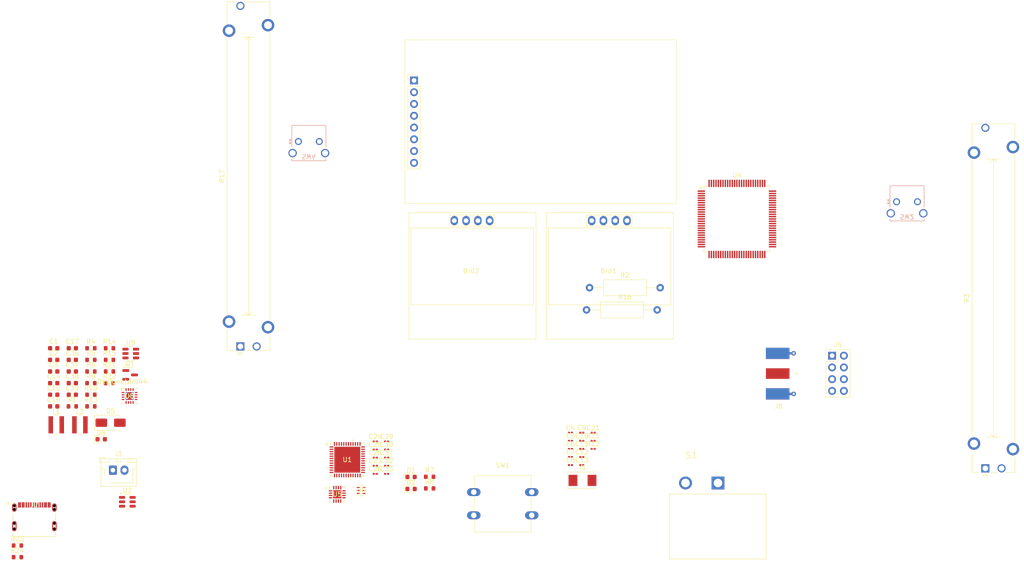
<source format=kicad_pcb>
(kicad_pcb (version 20240108) (generator "pcbnew") (generator_version "8.0")
  (layers (0 "F.Cu" signal) (31 "B.Cu" signal) (34 "B.Paste" user) (35 "F.Paste" user) (36 "B.SilkS" user "B.Silkscreen") (37 "F.SilkS" user "F.Silkscreen") (38 "B.Mask" user) (39 "F.Mask" user) (44 "Edge.Cuts" user))
  (net 0 "")
  (net 1 "+3V3")
  (net 2 "/MCU/I2C2_SDA")
  (net 3 "GNDA")
  (net 4 "/MCU/I2C2_SCL")
  (net 5 "/MCU/I2C1_SDA")
  (net 6 "/MCU/I2C1_SCL")
  (net 7 "/MCU/OSC_IN")
  (net 8 "/Connectors/NRST")
  (net 9 "/MCU/OSC_OUT")
  (net 10 "Net-(C7-Pad1)")
  (net 11 "Net-(C8-Pad1)")
  (net 12 "VDD_BATT")
  (net 13 "Net-(D1-A)")
  (net 14 "Net-(D2-A)")
  (net 15 "/MCU/SPI2_SCLK")
  (net 16 "/MCU/SPI2_MOSI")
  (net 17 "/Outputs/LCD_RST")
  (net 18 "/Outputs/LCD_DC")
  (net 19 "/MCU/SPI2_CS_LCD")
  (net 20 "/Connectors/USART_TX")
  (net 21 "/Connectors/SWCLK")
  (net 22 "/Connectors/USART_RX")
  (net 24 "/Connectors/SWDIO")
  (net 25 "/Connectors/RF_ANT")
  (net 26 "/Inputs/Button_R")
  (net 27 "/Inputs/Slider_R")
  (net 28 "VDD_USB")
  (net 29 "/Inputs/Button_L")
  (net 30 "/Inputs/Slider_L")
  (net 32 "Net-(U1-RFN24)")
  (net 37 "/MCU/SPI4_CS_RF")
  (net 38 "Net-(U1-RFP24)")
  (net 40 "/RF/IRQ")
  (net 45 "/MCU/RF_NRST")
  (net 49 "/MCU/SPI4_MISO_RF")
  (net 50 "/MCU/SPI4_SCLK_RF")
  (net 51 "/RF/TXEN")
  (net 53 "/RF/RXEN")
  (net 57 "/MCU/SPI4_MOSI_RF")
  (net 66 "/MCU/ALERT_GPIO")
  (net 81 "Net-(U8-PMID)")
  (net 82 "/MCU/SPI2_MISO")
  (net 83 "/Power/REGN")
  (net 114 "Net-(U5-TXRX)")
  (net 120 "Net-(C15-Pad1)")
  (net 121 "Net-(U8-BTST)")
  (net 122 "Net-(U10-VIN)")
  (net 123 "Net-(U9-BST)")
  (net 124 "Net-(U9-SW)")
  (net 125 "GND_A")
  (net 126 "VDD_LOAD")
  (net 127 "Net-(D4-K)")
  (net 128 "VDD_LOAD_PRE_SW")
  (net 129 "GND_BATT")
  (net 132 "/Power/GAS_SCL")
  (net 133 "/Power/GAS_SDA")
  (net 134 "Net-(U8-STAT)")
  (net 135 "Net-(U8-ICHG)")
  (net 137 "Net-(U8-VSET)")
  (net 138 "Net-(U8-TS)")
  (net 139 "Net-(U10-ROSC)")
  (net 140 "/Connectors/CON_USB_D+")
  (net 141 "/Connectors/CON_USB_D-")
  (net 143 "/MCU/SPI3_CS_ADC")
  (net 144 "/MCU/SPI3_SCLK")
  (net 145 "/MCU/SPI3_MISO")
  (net 146 "/MCU/SPI3_MOSI")
  (net 150 "Net-(J7-DP1)")
  (net 151 "Net-(J7-DN1)")
  (net 152 "Net-(J7-CC1)")
  (net 153 "Net-(J7-CC2)")
  (footprint "Capacitor_SMD:C_0201_0603Metric" (layer "F.Cu") (at 161.322 128.13)
    (property "Reference" "C21" (at 0 -1.05 0) (layer "F.SilkS"))
    (property "Value" "0.1uF/10V")
    (pad "1" smd roundrect (at -0.32 0) (size 0.46 0.4) (layers "F.Cu" "F.Mask") (net 1 "+3V3"))
    (pad "2" smd roundrect (at 0.32 0) (size 0.46 0.4) (layers "F.Cu" "F.Mask") (net 3 "GNDA"))
  )
  (footprint "Capacitor_SMD:C_0201_0603Metric" (layer "F.Cu") (at 116.782 130.02)
    (property "Reference" "C29" (at 0 -1.05 0) (layer "F.SilkS"))
    (property "Value" "0.1uF/10V")
    (pad "1" smd roundrect (at -0.32 0) (size 0.46 0.4) (layers "F.Cu" "F.Mask") (net 1 "+3V3"))
    (pad "2" smd roundrect (at 0.32 0) (size 0.46 0.4) (layers "F.Cu" "F.Mask") (net 3 "GNDA"))
  )
  (footprint "Resistor_SMD:R_0603_1608Metric" (layer "F.Cu") (at 53.0125 122.455)
    (property "Reference" "R13" (at 0 -1.43 0) (layer "F.SilkS"))
    (property "Value" "220ohm")
    (pad "1" smd roundrect (at -0.825 0) (size 0.8 0.95) (layers "F.Cu" "F.Paste" "F.Mask") (net 3 "GNDA"))
    (pad "2" smd roundrect (at 0.825 0) (size 0.8 0.95) (layers "F.Cu" "F.Paste" "F.Mask") (net 137 "Net-(U8-VSET)"))
  )
  (footprint "Resistor_SMD:R_0603_1608Metric" (layer "F.Cu") (at 57.0225 109.905)
    (property "Reference" "R14" (at 0 -1.43 0) (layer "F.SilkS"))
    (property "Value" "10kohm")
    (pad "1" smd roundrect (at -0.825 0) (size 0.8 0.95) (layers "F.Cu" "F.Paste" "F.Mask") (net 138 "Net-(U8-TS)"))
    (pad "2" smd roundrect (at 0.825 0) (size 0.8 0.95) (layers "F.Cu" "F.Paste" "F.Mask") (net 3 "GNDA"))
  )
  (footprint "Capacitor_SMD:C_0201_0603Metric" (layer "F.Cu") (at 158.872 129.88)
    (property "Reference" "C10" (at 0 -1.05 0) (layer "F.SilkS"))
    (property "Value" "0.1uF/10V")
    (pad "1" smd roundrect (at -0.32 0) (size 0.46 0.4) (layers "F.Cu" "F.Mask") (net 1 "+3V3"))
    (pad "2" smd roundrect (at 0.32 0) (size 0.46 0.4) (layers "F.Cu" "F.Mask") (net 3 "GNDA"))
  )
  (footprint "LED_SMD:LED_0603_1608Metric" (layer "F.Cu") (at 55.2325 129.555)
    (property "Reference" "D4" (at 0 -1.43 0) (layer "F.SilkS"))
    (property "Value" "LED")
    (pad "1" smd roundrect (at -0.7875 0) (size 0.875 0.95) (layers "F.Cu" "F.Paste" "F.Mask") (net 127 "Net-(D4-K)"))
    (pad "2" smd roundrect (at 0.7875 0) (size 0.875 0.95) (layers "F.Cu" "F.Paste" "F.Mask") (net 83 "/Power/REGN"))
  )
  (footprint "Resistor_SMD:R_0201_0603Metric" (layer "F.Cu") (at 161.322 129.88)
    (property "Reference" "R11" (at 0 -1.05 0) (layer "F.SilkS"))
    (property "Value" "10kohm")
    (pad "1" smd roundrect (at -0.32 0) (size 0.46 0.4) (layers "F.Cu" "F.Mask") (net 1 "+3V3"))
    (pad "2" smd roundrect (at 0.32 0) (size 0.46 0.4) (layers "F.Cu" "F.Mask") (net 8 "/Connectors/NRST"))
  )
  (footprint "Capacitor_SMD:C_0603_1608Metric" (layer "F.Cu") (at 49.0025 119.945)
    (property "Reference" "C39" (at 0 -1.43 0) (layer "F.SilkS"))
    (property "Value" "10uF/16V")
    (pad "1" smd roundrect (at -0.775 0) (size 0.9 0.95) (layers "F.Cu" "F.Paste" "F.Mask") (net 126 "VDD_LOAD"))
    (pad "2" smd roundrect (at 0.775 0) (size 0.9 0.95) (layers "F.Cu" "F.Paste" "F.Mask") (net 3 "GNDA"))
  )
  (footprint "Connector_PinHeader_2.54mm:PinHeader_2x04_P2.54mm_Vertical" (layer "F.Cu") (at 212.852 111.506)
    (property "Reference" "J5" (at 1.27 -2.33 0) (layer "F.SilkS"))
    (property "Value" "MCU_IF")
    (pad "1" thru_hole rect (at 0 0) (size 1.7 1.7) (drill 1) (layers "*.Cu" "*.Mask") (net 20 "/Connectors/USART_TX"))
    (pad "2" thru_hole oval (at 2.54 0) (size 1.7 1.7) (drill 1) (layers "*.Cu" "*.Mask") (net 22 "/Connectors/USART_RX"))
    (pad "3" thru_hole oval (at 0 2.54) (size 1.7 1.7) (drill 1) (layers "*.Cu" "*.Mask") (net 21 "/Connectors/SWCLK"))
    (pad "4" thru_hole oval (at 2.54 2.54) (size 1.7 1.7) (drill 1) (layers "*.Cu" "*.Mask") (net 24 "/Connectors/SWDIO"))
    (pad "5" thru_hole oval (at 0 5.08) (size 1.7 1.7) (drill 1) (layers "*.Cu" "*.Mask") (net 8 "/Connectors/NRST"))
    (pad "6" thru_hole oval (at 2.54 5.08) (size 1.7 1.7) (drill 1) (layers "*.Cu" "*.Mask") (net 3 "GNDA"))
    (pad "7" thru_hole oval (at 0 7.62) (size 1.7 1.7) (drill 1) (layers "*.Cu" "*.Mask") (net 1 "+3V3"))
    (pad "8" thru_hole oval (at 2.54 7.62) (size 1.7 1.7) (drill 1) (layers "*.Cu" "*.Mask"))
  )
  (footprint "Capacitor_SMD:C_0201_0603Metric" (layer "F.Cu") (at 114.332 137.02)
    (property "Reference" "C28" (at 0 -1.05 0) (layer "F.SilkS"))
    (property "Value" "0.1uF/10V")
    (pad "1" smd roundrect (at -0.32 0) (size 0.46 0.4) (layers "F.Cu" "F.Mask") (net 1 "+3V3"))
    (pad "2" smd roundrect (at 0.32 0) (size 0.46 0.4) (layers "F.Cu" "F.Mask") (net 3 "GNDA"))
  )
  (footprint "footprints:2450FB15A050E_JOT" (layer "F.Cu") (at 111.2754 140.6085)
    (property "Reference" "U6" (at 0 0 0) (layer "F.SilkS"))
    (property "Value" "2450FB15A050E")
    (pad "1" smd rect (at -0.625 -0.649999) (size 0.6096 0.254) (layers "F.Cu" "F.Paste" "F.Mask") (net 114 "Net-(U5-TXRX)"))
    (pad "2" smd rect (at -0.625 0) (size 0.6096 0.254) (layers "F.Cu" "F.Paste" "F.Mask") (net 3 "GNDA"))
    (pad "3" smd rect (at -0.625 0.649999) (size 0.6096 0.254) (layers "F.Cu" "F.Paste" "F.Mask") (net 32 "Net-(U1-RFN24)"))
    (pad "4" smd rect (at 0.625 0.649999) (size 0.6096 0.254) (layers "F.Cu" "F.Paste" "F.Mask") (net 38 "Net-(U1-RFP24)"))
    (pad "5" smd rect (at 0.625 0) (size 0.6096 0.254) (layers "F.Cu" "F.Paste" "F.Mask") (net 3 "GNDA"))
    (pad "6" smd rect (at 0.625 -0.649999) (size 0.6096 0.254) (layers "F.Cu" "F.Paste" "F.Mask") (net 3 "GNDA"))
  )
  (footprint "Package_QFP:LQFP-100_14x14mm_P0.5mm" (layer "F.Cu") (at 192.325 82)
    (property "Reference" "U4" (at 0 -9.42 0) (layer "F.SilkS"))
    (property "Value" "STM32H743VGTx")
    (pad "1" smd roundrect (at -7.675 -6) (size 1.6 0.3) (layers "F.Cu" "F.Paste" "F.Mask"))
    (pad "2" smd roundrect (at -7.675 -5.5) (size 1.6 0.3) (layers "F.Cu" "F.Paste" "F.Mask"))
    (pad "3" smd roundrect (at -7.675 -5) (size 1.6 0.3) (layers "F.Cu" "F.Paste" "F.Mask"))
    (pad "4" smd roundrect (at -7.675 -4.5) (size 1.6 0.3) (layers "F.Cu" "F.Paste" "F.Mask"))
    (pad "5" smd roundrect (at -7.675 -4) (size 1.6 0.3) (layers "F.Cu" "F.Paste" "F.Mask") (net 57 "/MCU/SPI4_MOSI_RF"))
    (pad "6" smd roundrect (at -7.675 -3.5) (size 1.6 0.3) (layers "F.Cu" "F.Paste" "F.Mask") (net 1 "+3V3"))
    (pad "7" smd roundrect (at -7.675 -3) (size 1.6 0.3) (layers "F.Cu" "F.Paste" "F.Mask"))
    (pad "8" smd roundrect (at -7.675 -2.5) (size 1.6 0.3) (layers "F.Cu" "F.Paste" "F.Mask"))
    (pad "9" smd roundrect (at -7.675 -2) (size 1.6 0.3) (layers "F.Cu" "F.Paste" "F.Mask"))
    (pad "10" smd roundrect (at -7.675 -1.5) (size 1.6 0.3) (layers "F.Cu" "F.Paste" "F.Mask") (net 3 "GNDA"))
    (pad "11" smd roundrect (at -7.675 -1) (size 1.6 0.3) (layers "F.Cu" "F.Paste" "F.Mask") (net 1 "+3V3"))
    (pad "12" smd roundrect (at -7.675 -0.5) (size 1.6 0.3) (layers "F.Cu" "F.Paste" "F.Mask") (net 7 "/MCU/OSC_IN"))
    (pad "13" smd roundrect (at -7.675 0) (size 1.6 0.3) (layers "F.Cu" "F.Paste" "F.Mask") (net 9 "/MCU/OSC_OUT"))
    (pad "14" smd roundrect (at -7.675 0.5) (size 1.6 0.3) (layers "F.Cu" "F.Paste" "F.Mask") (net 8 "/Connectors/NRST"))
    (pad "15" smd roundrect (at -7.675 1) (size 1.6 0.3) (layers "F.Cu" "F.Paste" "F.Mask") (net 66 "/MCU/ALERT_GPIO"))
    (pad "16" smd roundrect (at -7.675 1.5) (size 1.6 0.3) (layers "F.Cu" "F.Paste" "F.Mask") (net 16 "/MCU/SPI2_MOSI"))
    (pad "17" smd roundrect (at -7.675 2) (size 1.6 0.3) (layers "F.Cu" "F.Paste" "F.Mask") (net 82 "/MCU/SPI2_MISO"))
    (pad "18" smd roundrect (at -7.675 2.5) (size 1.6 0.3) (layers "F.Cu" "F.Paste" "F.Mask") (net 19 "/MCU/SPI2_CS_LCD"))
    (pad "19" smd roundrect (at -7.675 3) (size 1.6 0.3) (layers "F.Cu" "F.Paste" "F.Mask") (net 3 "GNDA"))
    (pad "20" smd roundrect (at -7.675 3.5) (size 1.6 0.3) (layers "F.Cu" "F.Paste" "F.Mask") (net 1 "+3V3"))
    (pad "21" smd roundrect (at -7.675 4) (size 1.6 0.3) (layers "F.Cu" "F.Paste" "F.Mask") (net 1 "+3V3"))
    (pad "22" smd roundrect (at -7.675 4.5) (size 1.6 0.3) (layers "F.Cu" "F.Paste" "F.Mask"))
    (pad "23" smd roundrect (at -7.675 5) (size 1.6 0.3) (layers "F.Cu" "F.Paste" "F.Mask"))
    (pad "24" smd roundrect (at -7.675 5.5) (size 1.6 0.3) (layers "F.Cu" "F.Paste" "F.Mask"))
    (pad "25" smd roundrect (at -7.675 6) (size 1.6 0.3) (layers "F.Cu" "F.Paste" "F.Mask"))
    (pad "26" smd roundrect (at -6 7.675) (size 0.3 1.6) (layers "F.Cu" "F.Paste" "F.Mask") (net 3 "GNDA"))
    (pad "27" smd roundrect (at -5.5 7.675) (size 0.3 1.6) (layers "F.Cu" "F.Paste" "F.Mask") (net 1 "+3V3"))
    (pad "28" smd roundrect (at -5 7.675) (size 0.3 1.6) (layers "F.Cu" "F.Paste" "F.Mask"))
    (pad "29" smd roundrect (at -4.5 7.675) (size 0.3 1.6) (layers "F.Cu" "F.Paste" "F.Mask"))
    (pad "30" smd roundrect (at -4 7.675) (size 0.3 1.6) (layers "F.Cu" "F.Paste" "F.Mask"))
    (pad "31" smd roundrect (at -3.5 7.675) (size 0.3 1.6) (layers "F.Cu" "F.Paste" "F.Mask") (net 30 "/Inputs/Slider_L"))
    (pad "32" smd roundrect (at -3 7.675) (size 0.3 1.6) (layers "F.Cu" "F.Paste" "F.Mask"))
    (pad "33" smd roundrect (at -2.5 7.675) (size 0.3 1.6) (layers "F.Cu" "F.Paste" "F.Mask"))
    (pad "34" smd roundrect (at -2 7.675) (size 0.3 1.6) (layers "F.Cu" "F.Paste" "F.Mask") (net 27 "/Inputs/Slider_R"))
    (pad "35" smd roundrect (at -1.5 7.675) (size 0.3 1.6) (layers "F.Cu" "F.Paste" "F.Mask"))
    (pad "36" smd roundrect (at -1 7.675) (size 0.3 1.6) (layers "F.Cu" "F.Paste" "F.Mask") (net 146 "/MCU/SPI3_MOSI"))
    (pad "37" smd roundrect (at -0.5 7.675) (size 0.3 1.6) (layers "F.Cu" "F.Paste" "F.Mask"))
    (pad "38" smd roundrect (at 0 7.675) (size 0.3 1.6) (layers "F.Cu" "F.Paste" "F.Mask"))
    (pad "39" smd roundrect (at 0.5 7.675) (size 0.3 1.6) (layers "F.Cu" "F.Paste" "F.Mask"))
    (pad "40" smd roundrect (at 1 7.675) (size 0.3 1.6) (layers "F.Cu" "F.Paste" "F.Mask") (net 45 "/MCU/RF_NRST"))
    (pad "41" smd roundrect (at 1.5 7.675) (size 0.3 1.6) (layers "F.Cu" "F.Paste" "F.Mask") (net 37 "/MCU/SPI4_CS_RF"))
    (pad "42" smd roundrect (at 2 7.675) (size 0.3 1.6) (layers "F.Cu" "F.Paste" "F.Mask") (net 50 "/MCU/SPI4_SCLK_RF"))
    (pad "43" smd roundrect (at 2.5 7.675) (size 0.3 1.6) (layers "F.Cu" "F.Paste" "F.Mask") (net 49 "/MCU/SPI4_MISO_RF"))
    (pad "44" smd roundrect (at 3 7.675) (size 0.3 1.6) (layers "F.Cu" "F.Paste" "F.Mask"))
    (pad "45" smd roundrect (at 3.5 7.675) (size 0.3 1.6) (layers "F.Cu" "F.Paste" "F.Mask"))
    (pad "46" smd roundrect (at 4 7.675) (size 0.3 1.6) (layers "F.Cu" "F.Paste" "F.Mask") (net 4 "/MCU/I2C2_SCL"))
    (pad "47" smd roundrect (at 4.5 7.675) (size 0.3 1.6) (layers "F.Cu" "F.Paste" "F.Mask") (net 2 "/MCU/I2C2_SDA"))
    (pad "48" smd roundrect (at 5 7.675) (size 0.3 1.6) (layers "F.Cu" "F.Paste" "F.Mask") (net 10 "Net-(C7-Pad1)"))
    (pad "49" smd roundrect (at 5.5 7.675) (size 0.3 1.6) (layers "F.Cu" "F.Paste" "F.Mask") (net 3 "GNDA"))
    (pad "50" smd roundrect (at 6 7.675) (size 0.3 1.6) (layers "F.Cu" "F.Paste" "F.Mask") (net 1 "+3V3"))
    (pad "51" smd roundrect (at 7.675 6) (size 1.6 0.3) (layers "F.Cu" "F.Paste" "F.Mask"))
    (pad "52" smd roundrect (at 7.675 5.5) (size 1.6 0.3) (layers "F.Cu" "F.Paste" "F.Mask") (net 15 "/MCU/SPI2_SCLK"))
    (pad "53" smd roundrect (at 7.675 5) (size 1.6 0.3) (layers "F.Cu" "F.Paste" "F.Mask") (net 20 "/Connectors/USART_TX"))
    (pad "54" smd roundrect (at 7.675 4.5) (size 1.6 0.3) (layers "F.Cu" "F.Paste" "F.Mask") (net 22 "/Connectors/USART_RX"))
    (pad "55" smd roundrect (at 7.675 4) (size 1.6 0.3) (layers "F.Cu" "F.Paste" "F.Mask"))
    (pad "56" smd roundrect (at 7.675 3.5) (size 1.6 0.3) (layers "F.Cu" "F.Paste" "F.Mask"))
    (pad "57" smd roundrect (at 7.675 3) (size 1.6 0.3) (layers "F.Cu" "F.Paste" "F.Mask"))
    (pad "58" smd roundrect (at 7.675 2.5) (size 1.6 0.3) (layers "F.Cu" "F.Paste" "F.Mask"))
    (pad "59" smd roundrect (at 7.675 2) (size 1.6 0.3) (layers "F.Cu" "F.Paste" "F.Mask"))
    (pad "60" smd roundrect (at 7.675 1.5) (size 1.6 0.3) (layers "F.Cu" "F.Paste" "F.Mask"))
    (pad "61" smd roundrect (at 7.675 1) (size 1.6 0.3) (layers "F.Cu" "F.Paste" "F.Mask"))
    (pad "62" smd roundrect (at 7.675 0.5) (size 1.6 0.3) (layers "F.Cu" "F.Paste" "F.Mask"))
    (pad "63" smd roundrect (at 7.675 0) (size 1.6 0.3) (layers "F.Cu" "F.Paste" "F.Mask"))
    (pad "64" smd roundrect (at 7.675 -0.5) (size 1.6 0.3) (layers "F.Cu" "F.Paste" "F.Mask"))
    (pad "65" smd roundrect (at 7.675 -1) (size 1.6 0.3) (layers "F.Cu" "F.Paste" "F.Mask"))
    (pad "66" smd roundrect (at 7.675 -1.5) (size 1.6 0.3) (layers "F.Cu" "F.Paste" "F.Mask"))
    (pad "67" smd roundrect (at 7.675 -2) (size 1.6 0.3) (layers "F.Cu" "F.Paste" "F.Mask"))
    (pad "68" smd roundrect (at 7.675 -2.5) (size 1.6 0.3) (layers "F.Cu" "F.Paste" "F.Mask"))
    (pad "69" smd roundrect (at 7.675 -3) (size 1.6 0.3) (layers "F.Cu" "F.Paste" "F.Mask"))
    (pad "70" smd roundrect (at 7.675 -3.5) (size 1.6 0.3) (layers "F.Cu" "F.Paste" "F.Mask") (net 141 "/Connectors/CON_USB_D-"))
    (pad "71" smd roundrect (at 7.675 -4) (size 1.6 0.3) (layers "F.Cu" "F.Paste" "F.Mask") (net 140 "/Connectors/CON_USB_D+"))
    (pad "72" smd roundrect (at 7.675 -4.5) (size 1.6 0.3) (layers "F.Cu" "F.Paste" "F.Mask"))
    (pad "73" smd roundrect (at 7.675 -5) (size 1.6 0.3) (layers "F.Cu" "F.Paste" "F.Mask") (net 11 "Net-(C8-Pad1)"))
    (pad "74" smd roundrect (at 7.675 -5.5) (size 1.6 0.3) (layers "F.Cu" "F.Paste" "F.Mask") (net 3 "GNDA"))
    (pad "75" smd roundrect (at 7.675 -6) (size 1.6 0.3) (layers "F.Cu" "F.Paste" "F.Mask") (net 1 "+3V3"))
    (pad "76" smd roundrect (at 6 -7.675) (size 0.3 1.6) (layers "F.Cu" "F.Paste" "F.Mask") (net 21 "/Connectors/SWCLK"))
    (pad "77" smd roundrect (at 5.5 -7.675) (size 0.3 1.6) (layers "F.Cu" "F.Paste" "F.Mask") (net 24 "/Connectors/SWDIO"))
    (pad "78" smd roundrect (at 5 -7.675) (size 0.3 1.6) (layers "F.Cu" "F.Paste" "F.Mask") (net 144 "/MCU/SPI3_SCLK"))
    (pad "79" smd roundrect (at 4.5 -7.675) (size 0.3 1.6) (layers "F.Cu" "F.Paste" "F.Mask") (net 145 "/MCU/SPI3_MISO"))
    (pad "80" smd roundrect (at 4 -7.675) (size 0.3 1.6) (layers "F.Cu" "F.Paste" "F.Mask") (net 143 "/MCU/SPI3_CS_ADC"))
    (pad "81" smd roundrect (at 3.5 -7.675) (size 0.3 1.6) (layers "F.Cu" "F.Paste" "F.Mask") (net 29 "/Inputs/Button_L"))
    (pad "82" smd roundrect (at 3 -7.675) (size 0.3 1.6) (layers "F.Cu" "F.Paste" "F.Mask") (net 26 "/Inputs/Button_R"))
    (pad "83" smd roundrect (at 2.5 -7.675) (size 0.3 1.6) (layers "F.Cu" "F.Paste" "F.Mask"))
    (pad "84" smd roundrect (at 2 -7.675) (size 0.3 1.6) (layers "F.Cu" "F.Paste" "F.Mask"))
    (pad "85" smd roundrect (at 1.5 -7.675) (size 0.3 1.6) (layers "F.Cu" "F.Paste" "F.Mask"))
    (pad "86" smd roundrect (at 1 -7.675) (size 0.3 1.6) (layers "F.Cu" "F.Paste" "F.Mask"))
    (pad "87" smd roundrect (at 0.5 -7.675) (size 0.3 1.6) (layers "F.Cu" "F.Paste" "F.Mask"))
    (pad "88" smd roundrect (at 0 -7.675) (size 0.3 1.6) (layers "F.Cu" "F.Paste" "F.Mask"))
    (pad "89" smd roundrect (at -0.5 -7.675) (size 0.3 1.6) (layers "F.Cu" "F.Paste" "F.Mask"))
    (pad "90" smd roundrect (at -1 -7.675) (size 0.3 1.6) (layers "F.Cu" "F.Paste" "F.Mask"))
    (pad "91" smd roundrect (at -1.5 -7.675) (size 0.3 1.6) (layers "F.Cu" "F.Paste" "F.Mask"))
    (pad "92" smd roundrect (at -2 -7.675) (size 0.3 1.6) (layers "F.Cu" "F.Paste" "F.Mask") (net 6 "/MCU/I2C1_SCL"))
    (pad "93" smd roundrect (at -2.5 -7.675) (size 0.3 1.6) (layers "F.Cu" "F.Paste" "F.Mask"))
    (pad "94" smd roundrect (at -3 -7.675) (size 0.3 1.6) (layers "F.Cu" "F.Paste" "F.Mask"))
    (pad "95" smd roundrect (at -3.5 -7.675) (size 0.3 1.6) (layers "F.Cu" "F.Paste" "F.Mask"))
    (pad "96" smd roundrect (at -4 -7.675) (size 0.3 1.6) (layers "F.Cu" "F.Paste" "F.Mask") (net 5 "/MCU/I2C1_SDA"))
    (pad "97" smd roundrect (at -4.5 -7.675) (size 0.3 1.6) (layers "F.Cu" "F.Paste" "F.Mask"))
    (pad "98" smd roundrect (at -5 -7.675) (size 0.3 1.6) (layers "F.Cu" "F.Paste" "F.Mask"))
    (pad "99" smd roundrect (at -5.5 -7.675) (size 0.3 1.6) (layers "F.Cu" "F.Paste" "F.Mask") (net 3 "GNDA"))
    (pad "100" smd roundrect (at -6 -7.675) (size 0.3 1.6) (layers "F.Cu" "F.Paste" "F.Mask") (net 1 "+3V3"))
  )
  (footprint "Resistor_SMD:R_0603_1608Metric" (layer "F.Cu") (at 57.0225 114.925)
    (property "Reference" "R21" (at 0 -1.43 0) (layer "F.SilkS"))
    (property "Value" "100kohm")
    (pad "1" smd roundrect (at -0.825 0) (size 0.8 0.95) (layers "F.Cu" "F.Paste" "F.Mask") (net 3 "GNDA"))
    (pad "2" smd roundrect (at 0.825 0) (size 0.8 0.95) (layers "F.Cu" "F.Paste" "F.Mask") (net 28 "VDD_USB"))
  )
  (footprint "Capacitor_SMD:C_0603_1608Metric" (layer "F.Cu") (at 49.0025 109.905)
    (property "Reference" "C17" (at 0 -1.43 0) (layer "F.SilkS"))
    (property "Value" "220nF/16V")
    (pad "1" smd roundrect (at -0.775 0) (size 0.9 0.95) (layers "F.Cu" "F.Paste" "F.Mask") (net 3 "GNDA"))
    (pad "2" smd roundrect (at 0.775 0) (size 0.9 0.95) (layers "F.Cu" "F.Paste" "F.Mask") (net 122 "Net-(U10-VIN)"))
  )
  (footprint "Potentiometer_THT:Potentiometer_Bourns_PTA6043_Single_Slide" (layer "F.Cu") (at 85.25 109.52 90)
    (property "Reference" "R17" (at 36.75 -4 90) (layer "F.SilkS"))
    (property "Value" "PTA6043-2015CPB103")
    (pad "1" thru_hole rect (at 0 0 90) (size 1.75 1.75) (drill 1.2) (layers "*.Cu" "*.Mask") (net 1 "+3V3"))
    (pad "2" thru_hole circle (at 0 3.5 90) (size 1.75 1.75) (drill 1.2) (layers "*.Cu" "*.Mask") (net 30 "/Inputs/Slider_L"))
    (pad "3" thru_hole circle (at 73.5 0 90) (size 1.75 1.75) (drill 1.2) (layers "*.Cu" "*.Mask") (net 3 "GNDA"))
    (pad "MP" thru_hole circle (at 4.15 5.95 90) (size 2.7 2.7) (drill 1.7) (layers "*.Cu" "*.Mask"))
    (pad "MP" thru_hole circle (at 5.35 -2.45 90) (size 2.7 2.7) (drill 1.7) (layers "*.Cu" "*.Mask"))
    (pad "MP" thru_hole circle (at 68.15 -2.45 90) (size 2.7 2.7) (drill 1.7) (layers "*.Cu" "*.Mask"))
    (pad "MP" thru_hole circle (at 69.35 5.95 90) (size 2.7 2.7) (drill 1.7) (layers "*.Cu" "*.Mask"))
  )
  (footprint "Capacitor_SMD:C_0201_0603Metric" (layer "F.Cu") (at 116.782 133.52)
    (property "Reference" "C31" (at 0 -1.05 0) (layer "F.SilkS"))
    (property "Value" "0.1uF/10V")
    (pad "1" smd roundrect (at -0.32 0) (size 0.46 0.4) (layers "F.Cu" "F.Mask") (net 1 "+3V3"))
    (pad "2" smd roundrect (at 0.32 0) (size 0.46 0.4) (layers "F.Cu" "F.Mask") (net 3 "GNDA"))
  )
  (footprint "Resistor_SMD:R_0603_1608Metric" (layer "F.Cu") (at 53.0125 114.925)
    (property "Reference" "R6" (at 0 -1.43 0) (layer "F.SilkS"))
    (property "Value" "10kohm")
    (pad "1" smd roundrect (at -0.825 0) (size 0.8 0.95) (layers "F.Cu" "F.Paste" "F.Mask") (net 133 "/Power/GAS_SDA"))
    (pad "2" smd roundrect (at 0.825 0) (size 0.8 0.95) (layers "F.Cu" "F.Paste" "F.Mask") (net 1 "+3V3"))
  )
  (footprint "Capacitor_SMD:C_0201_0603Metric" (layer "F.Cu") (at 156.422 135.13)
    (property "Reference" "C8" (at 0 -1.05 0) (layer "F.SilkS"))
    (property "Value" "2.2uF/10V")
    (pad "1" smd roundrect (at -0.32 0) (size 0.46 0.4) (layers "F.Cu" "F.Mask") (net 11 "Net-(C8-Pad1)"))
    (pad "2" smd roundrect (at 0.32 0) (size 0.46 0.4) (layers "F.Cu" "F.Mask") (net 3 "GNDA"))
  )
  (footprint "BQ25303JRTER:RTE0016C" (layer "F.Cu") (at 61.352498 120.215003)
    (property "Reference" "U8" (at 0 0 0) (layer "F.SilkS"))
    (property "Value" "BQ25303JRTER")
    (fp_text user "Designator944" (at -1.5748 -3.0988 0) (layer "F.SilkS"))
    (pad "1" smd rect (at -1.4 -0.750004 90) (size 0.24 0.599999) (layers "F.Cu" "F.Paste" "F.Mask") (net 28 "VDD_USB"))
    (pad "2" smd rect (at -1.4 -0.250005 90) (size 0.24 0.599999) (layers "F.Cu" "F.Paste" "F.Mask") (net 83 "/Power/REGN"))
    (pad "3" smd rect (at -1.4 0.249997 90) (size 0.24 0.599999) (layers "F.Cu" "F.Paste" "F.Mask") (net 134 "Net-(U8-STAT)"))
    (pad "4" smd rect (at -1.4 0.749996 90) (size 0.24 0.599999) (layers "F.Cu" "F.Paste" "F.Mask") (net 135 "Net-(U8-ICHG)"))
    (pad "5" smd rect (at -0.749998 1.399997) (size 0.24 0.599999) (layers "F.Cu" "F.Paste" "F.Mask"))
    (pad "6" smd rect (at -0.25 1.399997) (size 0.24 0.599999) (layers "F.Cu" "F.Paste" "F.Mask"))
    (pad "7" smd rect (at 0.250002 1.399997) (size 0.24 0.599999) (layers "F.Cu" "F.Paste" "F.Mask") (net 138 "Net-(U8-TS)"))
    (pad "8" smd rect (at 0.750001 1.399997) (size 0.24 0.599999) (layers "F.Cu" "F.Paste" "F.Mask"))
    (pad "9" smd rect (at 1.4 0.749996 90) (size 0.24 0.599999) (layers "F.Cu" "F.Paste" "F.Mask") (net 137 "Net-(U8-VSET)"))
    (pad "10" smd rect (at 1.4 0.249997 90) (size 0.24 0.599999) (layers "F.Cu" "F.Paste" "F.Mask") (net 12 "VDD_BATT"))
    (pad "11" smd rect (at 1.4 -0.250005 90) (size 0.24 0.599999) (layers "F.Cu" "F.Paste" "F.Mask") (net 3 "GNDA"))
    (pad "12" smd rect (at 1.4 -0.750004 90) (size 0.24 0.599999) (layers "F.Cu" "F.Paste" "F.Mask") (net 3 "GNDA"))
    (pad "13" smd rect (at 0.750001 -1.400002) (size 0.24 0.599999) (layers "F.Cu" "F.Paste" "F.Mask") (net 120 "Net-(C15-Pad1)"))
    (pad "14" smd rect (at 0.250002 -1.400002) (size 0.24 0.599999) (layers "F.Cu" "F.Paste" "F.Mask") (net 120 "Net-(C15-Pad1)"))
    (pad "15" smd rect (at -0.25 -1.400002) (size 0.24 0.599999) (layers "F.Cu" "F.Paste" "F.Mask") (net 121 "Net-(U8-BTST)"))
    (pad "16" smd rect (at -0.749998 -1.400002) (size 0.24 0.599999) (layers "F.Cu" "F.Paste" "F.Mask") (net 81 "Net-(U8-PMID)"))
    (pad "17" smd rect (at 0.000003 -0.000003) (size 1.679999 1.679999) (layers "F.Cu" "F.Mask") (net 3 "GNDA"))
    (pad "18" thru_hole circle (at 0.589999 -0.590001) (size 0.499999 0.499999) (drill 0.2032) (layers "*.Cu" "*.Mask"))
    (pad "19" thru_hole circle (at 0.589999 0.589996) (size 0.499999 0.499999) (drill 0.2032) (layers "*.Cu" "*.Mask"))
    (pad "20" thru_hole circle (at -0.589999 0.589996) (size 0.499999 0.499999) (drill 0.2032) (layers "*.Cu" "*.Mask"))
    (pad "21" thru_hole circle (at -0.589999 -0.590001) (size 0.499999 0.499999) (drill 0.2032) (layers "*.Cu" "*.Mask"))
    (pad "22" thru_hole circle (at 0 -0.000003) (size 0.499999 0.499999) (drill 0.2032) (layers "*.Cu" "*.Mask"))
  )
  (footprint "SSD1306:128x64OLED" (layer "F.Cu") (at 135 92.960414)
    (property "Reference" "Brd2" (at 0 0.254 0) (layer "F.SilkS"))
    (property "Value" "SSD1306")
    (pad "1" thru_hole oval (at -3.62 -10.6 90) (size 2 1.6) (drill 1) (layers "*.Cu" "*.Mask") (net 3 "GNDA"))
    (pad "2" thru_hole oval (at -1.08 -10.6 90) (size 2 1.6) (drill 1) (layers "*.Cu" "*.Mask") (net 1 "+3V3"))
    (pad "3" thru_hole oval (at 1.46 -10.6 90) (size 2 1.6) (drill 1) (layers "*.Cu" "*.Mask") (net 6 "/MCU/I2C1_SCL"))
    (pad "4" thru_hole oval (at 4 -10.6 90) (size 2 1.6) (drill 1) (layers "*.Cu" "*.Mask") (net 5 "/MCU/I2C1_SDA"))
  )
  (footprint "Resistor_SMD:R_0603_1608Metric" (layer "F.Cu") (at 37.175 155)
    (property "Reference" "R24" (at 0 -1.43 0) (layer "F.SilkS"))
    (property "Value" "5.11kohm")
    (pad "1" smd roundrect (at -0.825 0) (size 0.8 0.95) (layers "F.Cu" "F.Paste" "F.Mask") (net 3 "GNDA"))
    (pad "2" smd roundrect (at 0.825 0) (size 0.8 0.95) (layers "F.Cu" "F.Paste" "F.Mask") (net 152 "Net-(J7-CC1)"))
  )
  (footprint "Resistor_SMD:R_0603_1608Metric" (layer "F.Cu") (at 53.0125 109.905)
    (property "Reference" "R4" (at 0 -1.43 0) (layer "F.SilkS"))
    (property "Value" "1kohm")
    (pad "1" smd roundrect (at -0.825 0) (size 0.8 0.95) (layers "F.Cu" "F.Paste" "F.Mask") (net 12 "VDD_BATT"))
    (pad "2" smd roundrect (at 0.825 0) (size 0.8 0.95) (layers "F.Cu" "F.Paste" "F.Mask") (net 122 "Net-(U10-VIN)"))
  )
  (footprint "R1966ABLKBLKGR:SW_R1966ABLKBLKGR" (layer "F.Cu") (at 188.24075 138.9895)
    (property "Reference" "S1" (at -5.715 -5.969 0) (layer "F.SilkS") (effects (font (size 1.4 1.4))))
    (property "Value" "R1966ABLKBLKGR")
    (pad "1" thru_hole rect (at 0 0) (size 2.775 2.775) (drill 1.85) (layers "*.Cu" "*.Mask") (net 128 "VDD_LOAD_PRE_SW"))
    (pad "1A" thru_hole circle (at -7 0) (size 2.775 2.775) (drill 1.85) (layers "*.Cu" "*.Mask") (net 126 "VDD_LOAD"))
  )
  (footprint "Package_TO_SOT_SMD:SOT-23-6" (layer "F.Cu") (at 60.8625 143.05)
    (property "Reference" "U2" (at 0 -2.4 0) (layer "F.SilkS"))
    (property "Value" "USBLC6-2SC6")
    (pad "1" smd roundrect (at -1.1375 -0.95) (size 1.325 0.6) (layers "F.Cu" "F.Paste" "F.Mask") (net 150 "Net-(J7-DP1)"))
    (pad "2" smd roundrect (at -1.1375 0) (size 1.325 0.6) (layers "F.Cu" "F.Paste" "F.Mask") (net 3 "GNDA"))
    (pad "3" smd roundrect (at -1.1375 0.95) (size 1.325 0.6) (layers "F.Cu" "F.Paste" "F.Mask") (net 151 "Net-(J7-DN1)"))
    (pad "4" smd roundrect (at 1.1375 0.95) (size 1.325 0.6) (layers "F.Cu" "F.Paste" "F.Mask") (net 141 "/Connectors/CON_USB_D-"))
    (pad "5" smd roundrect (at 1.1375 0) (size 1.325 0.6) (layers "F.Cu" "F.Paste" "F.Mask") (net 28 "VDD_USB"))
    (pad "6" smd roundrect (at 1.1375 -0.95) (size 1.325 0.6) (layers "F.Cu" "F.Paste" "F.Mask") (net 140 "/Connectors/CON_USB_D+"))
  )
  (footprint "Capacitor_SMD:C_0201_0603Metric" (layer "F.Cu") (at 116.782 131.77)
    (property "Reference" "C30" (at 0 -1.05 0) (layer "F.SilkS"))
    (property "Value" "0.1uF/10V")
    (pad "1" smd roundrect (at -0.32 0) (size 0.46 0.4) (layers "F.Cu" "F.Mask") (net 1 "+3V3"))
    (pad "2" smd roundrect (at 0.32 0) (size 0.46 0.4) (layers "F.Cu" "F.Mask") (net 3 "GNDA"))
  )
  (footprint "Resistor_SMD:R_0603_1608Metric" (layer "F.Cu") (at 126.062 140.16)
    (property "Reference" "R8" (at 0 -1.43 0) (layer "F.SilkS"))
    (property "Value" "220ohm")
    (pad "1" smd roundrect (at -0.825 0) (size 0.8 0.95) (layers "F.Cu" "F.Paste" "F.Mask") (net 1 "+3V3"))
    (pad "2" smd roundrect (at 0.825 0) (size 0.8 0.95) (layers "F.Cu" "F.Paste" "F.Mask") (net 14 "Net-(D2-A)"))
  )
  (footprint "Package_TO_SOT_SMD:SOT-23" (layer "F.Cu") (at 61.4725 115.67)
    (property "Reference" "Q1" (at 0 -2.4 0) (layer "F.SilkS"))
    (property "Value" "DMG2301L")
    (pad "1" smd roundrect (at -0.9375 -0.95) (size 1.475 0.6) (layers "F.Cu" "F.Paste" "F.Mask") (net 28 "VDD_USB"))
    (pad "2" smd roundrect (at -0.9375 0.95) (size 1.475 0.6) (layers "F.Cu" "F.Paste" "F.Mask") (net 128 "VDD_LOAD_PRE_SW"))
    (pad "3" smd roundrect (at 0.9375 0) (size 1.475 0.6) (layers "F.Cu" "F.Paste" "F.Mask") (net 12 "VDD_BATT"))
  )
  (footprint "2inch_LCD:2inch_LCD" (layer "F.Cu") (at 122.7 61)
    (property "Reference" "J3" (hide yes))
    (property "Value" "Conn_01x08_Pin" (hide yes))
    (pad "1" thru_hole rect (at 0 -8.89) (size 1.7 1.7) (drill 1) (layers "*.Cu" "*.Mask") (net 1 "+3V3"))
    (pad "2" thru_hole oval (at 0 -6.35) (size 1.7 1.7) (drill 1) (layers "*.Cu" "*.Mask") (net 3 "GNDA"))
    (pad "3" thru_hole oval (at 0 -3.81) (size 1.7 1.7) (drill 1) (layers "*.Cu" "*.Mask") (net 16 "/MCU/SPI2_MOSI"))
    (pad "4" thru_hole oval (at 0 -1.27) (size 1.7 1.7) (drill 1) (layers "*.Cu" "*.Mask") (net 15 "/MCU/SPI2_SCLK"))
    (pad "5" thru_hole oval (at 0 1.27) (size 1.7 1.7) (drill 1) (layers "*.Cu" "*.Mask") (net 19 "/MCU/SPI2_CS_LCD"))
    (pad "6" thru_hole oval (at 0 3.81) (size 1.7 1.7) (drill 1) (layers "*.Cu" "*.Mask") (net 18 "/Outputs/LCD_DC"))
    (pad "7" thru_hole oval (at 0 6.35) (size 1.7 1.7) (drill 1) (layers "*.Cu" "*.Mask") (net 17 "/Outputs/LCD_RST"))
    (pad "8" thru_hole oval (at 0 8.89) (size 1.7 1.7) (drill 1) (layers "*.Cu" "*.Mask") (net 1 "+3V3"))
  )
  (footprint "Capacitor_SMD:C_0201_0603Metric" (layer "F.Cu") (at 156.422 133.38)
    (property "Reference" "C7" (at 0 -1.05 0) (layer "F.SilkS"))
    (property "Value" "2.2uF/10V")
    (pad "1" smd roundrect (at -0.32 0) (size 0.46 0.4) (layers "F.Cu" "F.Mask") (net 10 "Net-(C7-Pad1)"))
    (pad "2" smd roundrect (at 0.32 0) (size 0.46 0.4) (layers "F.Cu" "F.Mask") (net 3 "GNDA"))
  )
  (footprint "SSD1306:128x64OLED" (layer "F.Cu") (at 164.62 92.960414)
    (property "Reference" "Brd1" (at 0 0.254 0) (layer "F.SilkS"))
    (property "Value" "SSD1306")
    (pad "1" thru_hole oval (at -3.62 -10.6 90) (size 2 1.6) (drill 1) (layers "*.Cu" "*.Mask") (net 3 "GNDA"))
    (pad "2" thru_hole oval (at -1.08 -10.6 90) (size 2 1.6) (drill 1) (layers "*.Cu" "*.Mask") (net 1 "+3V3"))
    (pad "3" thru_hole oval (at 1.46 -10.6 90) (size 2 1.6) (drill 1) (layers "*.Cu" "*.Mask") (net 4 "/MCU/I2C2_SCL"))
    (pad "4" thru_hole oval (at 4 -10.6 90) (size 2 1.6) (drill 1) (layers "*.Cu" "*.Mask") (net 2 "/MCU/I2C2_SDA"))
  )
  (footprint "Capacitor_SMD:C_0201_0603Metric" (layer "F.Cu") (at 116.782 135.27)
    (property "Reference" "C32" (at 0 -1.05 0) (layer "F.SilkS"))
    (property "Value" "0.1uF/10V")
    (pad "1" smd roundrect (at -0.32 0) (size 0.46 0.4) (layers "F.Cu" "F.Mask") (net 1 "+3V3"))
    (pad "2" smd roundrect (at 0.32 0) (size 0.46 0.4) (layers "F.Cu" "F.Mask") (net 3 "GNDA"))
  )
  (footprint "Resistor_SMD:R_0603_1608Metric" (layer "F.Cu") (at 37.175 152.49)
    (property "Reference" "R23" (at 0 -1.43 0) (layer "F.SilkS"))
    (property "Value" "5.11kohm")
    (pad "1" smd roundrect (at -0.825 0) (size 0.8 0.95) (layers "F.Cu" "F.Paste" "F.Mask") (net 3 "GNDA"))
    (pad "2" smd roundrect (at 0.825 0) (size 0.8 0.95) (layers "F.Cu" "F.Paste" "F.Mask") (net 153 "Net-(J7-CC2)"))
  )
  (footprint "Resistor_SMD:R_0603_1608Metric" (layer "F.Cu") (at 53.0125 112.415)
    (property "Reference" "R5" (at 0 -1.43 0) (layer "F.SilkS"))
    (property "Value" "10kohm")
    (pad "1" smd roundrect (at -0.825 0) (size 0.8 0.95) (layers "F.Cu" "F.Paste" "F.Mask") (net 132 "/Power/GAS_SCL"))
    (pad "2" smd roundrect (at 0.825 0) (size 0.8 0.95) (layers "F.Cu" "F.Paste" "F.Mask") (net 1 "+3V3"))
  )
  (footprint "Capacitor_SMD:C_0201_0603Metric" (layer "F.Cu") (at 158.872 133.38)
    (property "Reference" "C12" (at 0 -1.05 0) (layer "F.SilkS"))
    (property "Value" "0.1uF/10V")
    (pad "1" smd roundrect (at -0.32 0) (size 0.46 0.4) (layers "F.Cu" "F.Mask") (net 1 "+3V3"))
    (pad "2" smd roundrect (at 0.32 0) (size 0.46 0.4) (layers "F.Cu" "F.Mask") (net 3 "GNDA"))
  )
  (footprint "Resistor_SMD:R_0201_0603Metric" (layer "F.Cu") (at 161.322 131.63)
    (property "Reference" "R12" (at 0 -1.05 0) (layer "F.SilkS"))
    (property "Value" "10k")
    (pad "1" smd roundrect (at -0.32 0) (size 0.46 0.4) (layers "F.Cu" "F.Mask"))
    (pad "2" smd roundrect (at 0.32 0) (size 0.46 0.4) (layers "F.Cu" "F.Mask") (net 3 "GNDA"))
  )
  (footprint "Capacitor_SMD:C_0201_0603Metric" (layer "F.Cu") (at 158.872 128.13)
    (property "Reference" "C9" (at 0 -1.05 0) (layer "F.SilkS"))
    (property "Value" "0.1uF/10V")
    (pad "1" smd roundrect (at -0.32 0) (size 0.46 0.4) (layers "F.Cu" "F.Mask") (net 1 "+3V3"))
    (pad "2" smd roundrect (at 0.32 0) (size 0.46 0.4) (layers "F.Cu" "F.Mask") (net 3 "GNDA"))
  )
  (footprint "Capacitor_SMD:C_0603_1608Metric" (layer "F.Cu") (at 44.9925 114.925)
    (property "Reference" "C3" (at 0 -1.43 0) (layer "F.SilkS"))
    (property "Value" "1uF/16V")
    (pad "1" smd roundrect (at -0.775 0) (size 0.9 0.95) (layers "F.Cu" "F.Paste" "F.Mask") (net 12 "VDD_BATT"))
    (pad "2" smd roundrect (at 0.775 0) (size 0.9 0.95) (layers "F.Cu" "F.Paste" "F.Mask") (net 3 "GNDA"))
  )
  (footprint "Capacitor_SMD:C_0603_1608Metric" (layer "F.Cu") (at 49.0025 112.415)
    (property "Reference" "C36" (at 0 -1.43 0) (layer "F.SilkS"))
    (property "Value" "100nF/16V")
    (pad "1" smd roundrect (at -0.775 0) (size 0.9 0.95) (layers "F.Cu" "F.Paste" "F.Mask") (net 124 "Net-(U9-SW)"))
    (pad "2" smd roundrect (at 0.775 0) (size 0.9 0.95) (layers "F.Cu" "F.Paste" "F.Mask") (net 123 "Net-(U9-BST)"))
  )
  (footprint "Capacitor_SMD:C_0201_0603Metric" (layer "F.Cu") (at 158.872 131.63)
    (property "Reference" "C11" (at 0 -1.05 0) (layer "F.SilkS"))
    (property "Value" "0.1uF/10V")
    (pad "1" smd roundrect (at -0.32 0) (size 0.46 0.4) (layers "F.Cu" "F.Mask") (net 1 "+3V3"))
    (pad "2" smd roundrect (at 0.32 0) (size 0.46 0.4) (layers "F.Cu" "F.Mask") (net 3 "GNDA"))
  )
  (footprint "Resistor_SMD:R_0603_1608Metric" (layer "F.Cu") (at 57.0225 117.435)
    (property "Reference" "R22" (at 0 -1.43 0) (layer "F.SilkS"))
    (property "Value" "200kohm 0.1%")
    (pad "1" smd roundrect (at -0.825 0) (size 0.8 0.95) (layers "F.Cu" "F.Paste" "F.Mask") (net 139 "Net-(U10-ROSC)"))
    (pad "2" smd roundrect (at 0.825 0) (size 0.8 0.95) (layers "F.Cu" "F.Paste" "F.Mask") (net 3 "GNDA"))
  )
  (footprint "Capacitor_SMD:C_0201_0603Metric" (layer "F.Cu") (at 156.422 131.63)
    (property "Reference" "C6" (at 0 -1.05 0) (layer "F.SilkS"))
    (property "Value" "18pF/10V")
    (pad "1" smd roundrect (at -0.32 0) (size 0.46 0.4) (layers "F.Cu" "F.Mask") (net 9 "/MCU/OSC_OUT"))
    (pad "2" smd roundrect (at 0.32 0) (size 0.46 0.4) (layers "F.Cu" "F.Mask") (net 3 "GNDA"))
  )
  (footprint "Capacitor_SMD:C_0603_1608Metric" (layer "F.Cu") (at 44.9925 112.415)
    (property "Reference" "C2" (at 0 -1.43 0) (layer "F.SilkS"))
    (property "Value" "10uF/16V")
    (pad "1" smd roundrect (at -0.775 0) (size 0.9 0.95) (layers "F.Cu" "F.Paste" "F.Mask") (net 3 "GNDA"))
    (pad "2" smd roundrect (at 0.775 0) (size 0.9 0.95) (layers "F.Cu" "F.Paste" "F.Mask") (net 81 "Net-(U8-PMID)"))
  )
  (footprint "Resistor_SMD:R_0603_1608Metric" (layer "F.Cu") (at 53.0125 119.945)
    (property "Reference" "R10" (at 0 -1.43 0) (layer "F.SilkS"))
    (property "Value" "20kohm")
    (pad "1" smd roundrect (at -0.825 0) (size 0.8 0.95) (layers "F.Cu" "F.Paste" "F.Mask") (net 3 "GNDA"))
    (pad "2" smd roundrect (at 0.825 0) (size 0.8 0.95) (layers "F.Cu" "F.Paste" "F.Mask") (net 135 "Net-(U8-ICHG)"))
  )
  (footprint "LED_SMD:LED_0603_1608Metric" (layer "F.Cu") (at 122.052 140.28)
    (property "Reference" "D2" (at 0 -1.43 0) (layer "F.SilkS"))
    (property "Value" "LED")
    (pad "1" smd roundrect (at -0.7875 0) (size 0.875 0.95) (layers "F.Cu" "F.Paste" "F.Mask") (net 3 "GNDA"))
    (pad "2" smd roundrect (at 0.7875 0) (size 0.875 0.95) (layers "F.Cu" "F.Paste" "F.Mask") (net 14 "Net-(D2-A)"))
  )
  (footprint "Connector_JST:JST_XH_B2B-XH-AM_1x02_P2.50mm_Vertical" (layer "F.Cu") (at 57.7525 136.225)
    (property "Reference" "J1" (at 1.25 -3.55 0) (layer "F.SilkS"))
    (property "Value" "Conn_01x02")
    (pad "" np_thru_hole circle (at -1.6 2) (size 1.2 1.2) (drill 1.2) (layers "*.Cu" "*.Mask"))
    (pad "1" thru_hole roundrect (at 0 0) (size 1.7 2) (drill 1) (layers "*.Cu" "*.Mask") (roundrect_rratio 0.147059) (net 12 "VDD_BATT"))
    (pad "2" thru_hole oval (at 2.5 0) (size 1.7 2) (drill 1) (layers "*.Cu" "*.Mask") (net 129 "GND_BATT"))
  )
  (footprint "Connector_Coaxial:SMA_Molex_73251-1153_EdgeMount_Horizontal" (layer "F.Cu") (at 202.842 115.38)
    (property "Reference" "J6" (at -1.5 7 0) (layer "F.SilkS"))
    (property "Value" "ANT_IF")
    (pad "1" smd rect (at -1.72 0) (size 5.08 2.29) (layers "F.Cu" "F.Paste" "F.Mask") (net 25 "/Connectors/RF_ANT"))
    (pad "2" smd rect (at -1.72 -4.38) (size 5.08 2.42) (layers "F.Cu" "F.Paste" "F.Mask") (net 3 "GNDA"))
    (pad "2" smd rect (at -1.72 -4.38) (size 5.08 2.42) (layers "B.Cu" "B.Paste" "B.Mask") (net 3 "GNDA"))
    (pad "2" smd rect (at -1.72 4.38) (size 5.08 2.42) (layers "F.Cu" "F.Paste" "F.Mask") (net 3 "GNDA"))
    (pad "2" smd rect (at -1.72 4.38) (size 5.08 2.42) (layers "B.Cu" "B.Paste" "B.Mask") (net 3 "GNDA"))
    (pad "2" smd rect (at 1.27 -4.38) (size 0.95 0.46) (layers "F.Cu") (net 3 "GNDA"))
    (pad "2" smd rect (at 1.27 -4.38) (size 0.95 0.46) (layers "B.Cu") (net 3 "GNDA"))
    (pad "2" smd rect (at 1.27 4.38) (size 0.95 0.46) (layers "F.Cu") (net 3 "GNDA"))
    (pad "2" smd rect (at 1.27 4.38) (size 0.95 0.46) (layers "B.Cu") (net 3 "GNDA"))
    (pad "2" thru_hole circle (at 1.72 -4.38) (size 0.97 0.97) (drill 0.46) (layers "*.Cu") (net 3 "GNDA"))
    (pad "2" thru_hole circle (at 1.72 4.38) (size 0.97 0.97) (drill 0.46) (layers "*.Cu") (net 3 "GNDA"))
  )
  (footprint "Package_TO_SOT_SMD:TSOT-23-6" (layer "F.Cu") (at 61.6025 111.05)
    (property "Reference" "U9" (at 0 -2.4 0) (layer "F.SilkS"))
    (property "Value" "AP63203WU")
    (pad "1" smd roundrect (at -1.1375 -0.95) (size 1.325 0.6) (layers "F.Cu" "F.Paste" "F.Mask") (net 1 "+3V3"))
    (pad "2" smd roundrect (at -1.1375 0) (size 1.325 0.6) (layers "F.Cu" "F.Paste" "F.Mask") (net 126 "VDD_LOAD"))
    (pad "3" smd roundrect (at -1.1375 0.95) (size 1.325 0.6) (layers "F.Cu" "F.Paste" "F.Mask") (net 126 "VDD_LOAD"))
    (pad "4" smd roundrect (at 1.1375 0.95) (size 1.325 0.6) (layers "F.Cu" "F.Paste" "F.Mask") (net 3 "GNDA"))
    (pad "5" smd roundrect (at 1.1375 0) (size 1.325 0.6) (layers "F.Cu" "F.Paste" "F.Mask") (net 124 "Net-(U9-SW)"))
    (pad "6" smd roundrect (at 1.1375 -0.95) (size 1.325 0.6) (layers "F.Cu" "F.Paste" "F.Mask") (net 123 "Net-(U9-BST)"))
  )
  (footprint "Capacitor_SMD:C_0603_1608Metric" (layer "F.Cu") (at 44.9925 109.905)
    (property "Reference" "C1" (at 0 -1.43 0) (layer "F.SilkS"))
    (property "Value" "2.2uF/16V")
    (pad "1" smd roundrect (at -0.775 0) (size 0.9 0.95) (layers "F.Cu" "F.Paste" "F.Mask") (net 28 "VDD_USB"))
    (pad "2" smd roundrect (at 0.775 0) (size 0.9 0.95) (layers "F.Cu" "F.Paste" "F.Mask") (net 3 "GNDA"))
  )
  (footprint "Capacitor_SMD:C_0603_1608Metric" (layer "F.Cu") (at 49.0025 114.925)
    (property "Reference" "C37" (at 0 -1.43 0) (layer "F.SilkS"))
    (property "Value" "22uF/16V")
    (pad "1" smd roundrect (at -0.775 0) (size 0.9 0.95) (layers "F.Cu" "F.Paste" "F.Mask") (net 1 "+3V3"))
    (pad "2" smd roundrect (at 0.775 0) (size 0.9 0.95) (layers "F.Cu" "F.Paste" "F.Mask") (net 125 "GND_A"))
  )
  (footprint "Inductor_SMD:L_Wuerth_MAPI-4030" (layer "F.Cu") (at 45.5375 126.435)
    (property "Reference" "L1" (at 0 -2.85 0) (layer "F.SilkS"))
    (property "Value" "1uH")
    (pad "1" smd rect (at -1.185 0) (size 0.98 3.7) (layers "F.Cu" "F.Paste" "F.Mask") (net 120 "Net-(C15-Pad1)"))
    (pad "2" smd rect (at 1.185 0) (size 0.98 3.7) (layers "F.Cu" "F.Paste" "F.Mask") (net 12 "VDD_BATT"))
  )
  (footprint "Button_Switch_THT:SW_SPST_Omron_B3F-40xx" (layer "F.Cu") (at 135.582 140.97)
    (property "Reference" "SW1" (at 6.25 -5.8 0) (layer "F.SilkS"))
    (property "Value" "SW_Push")
    (pad "" np_thru_hole circle (at 6.25 -2) (size 1.8 1.8) (drill 1.8) (layers "F&B.Cu" "*.Mask"))
    (pad "" np_thru_hole circle (at 6.25 7) (size 1.8 1.8) (drill 1.8) (layers "F&B.Cu" "*.Mask"))
    (pad "1" thru_hole oval (at 0 0) (size 2.9 1.7) (drill 1.2) (layers "*.Cu" "*.Mask") (net 3 "GNDA"))
    (pad "1" thru_hole oval (at 12.5 0) (size 2.9 1.7) (drill 1.2) (layers "*.Cu" "*.Mask") (net 3 "GNDA"))
    (pad "2" thru_hole oval (at 0 5) (size 2.9 1.7) (drill 1.2) (layers "*.Cu" "*.Mask") (net 8 "/Connectors/NRST"))
    (pad "2" thru_hole oval (at 12.5 5) (size 2.9 1.7) (drill 1.2) (layers "*.Cu" "*.Mask") (net 8 "/Connectors/NRST"))
  )
  (footprint "footprints:QFN48_PQ_MCH" (layer "F.Cu") (at 108.295 133.963)
    (property "Reference" "U1" (at 0 0 0) (layer "F.SilkS"))
    (property "Value" "AT86RF215-ZU")
    (fp_text user "*" (at -4.445 -3 0) (layer "F.SilkS"))
    (fp_text user "*" (at -4.445 -3 0) (layer "F.SilkS"))
    (pad "1" smd rect (at -3.4036 -2.75 90) (size 0.254 0.8128) (layers "F.Cu" "F.Paste" "F.Mask") (net 53 "/RF/RXEN"))
    (pad "2" smd rect (at -3.4036 -2.250001 90) (size 0.254 0.8128) (layers "F.Cu" "F.Paste" "F.Mask") (net 51 "/RF/TXEN"))
    (pad "3" smd rect (at -3.4036 -1.749999 90) (size 0.254 0.8128) (layers "F.Cu" "F.Paste" "F.Mask") (net 3 "GNDA"))
    (pad "4" smd rect (at -3.4036 -1.25 90) (size 0.254 0.8128) (layers "F.Cu" "F.Paste" "F.Mask") (net 38 "Net-(U1-RFP24)"))
    (pad "5" smd rect (at -3.4036 -0.750001 90) (size 0.254 0.8128) (layers "F.Cu" "F.Paste" "F.Mask") (net 32 "Net-(U1-RFN24)"))
    (pad "6" smd rect (at -3.4036 -0.25 90) (size 0.254 0.8128) (layers "F.Cu" "F.Paste" "F.Mask") (net 3 "GNDA"))
    (pad "7" smd rect (at -3.4036 0.25 90) (size 0.254 0.8128) (layers "F.Cu" "F.Paste" "F.Mask") (net 3 "GNDA"))
    (pad "8" smd rect (at -3.4036 0.750001 90) (size 0.254 0.8128) (layers "F.Cu" "F.Paste" "F.Mask"))
    (pad "9" smd rect (at -3.4036 1.25 90) (size 0.254 0.8128) (layers "F.Cu" "F.Paste" "F.Mask"))
    (pad "10" smd rect (at -3.4036 1.749999 90) (size 0.254 0.8128) (layers "F.Cu" "F.Paste" "F.Mask") (net 3 "GNDA"))
    (pad "11" smd rect (at -3.4036 2.250001 90) (size 0.254 0.8128) (layers "F.Cu" "F.Paste" "F.Mask"))
    (pad "12" smd rect (at -3.4036 2.75 90) (size 0.254 0.8128) (layers "F.Cu" "F.Paste" "F.Mask"))
    (pad "13" smd rect (at -2.75 3.4036) (size 0.254 0.8128) (layers "F.Cu" "F.Paste" "F.Mask") (net 45 "/MCU/RF_NRST"))
    (pad "14" smd rect (at -2.250001 3.4036) (size 0.254 0.8128) (layers "F.Cu" "F.Paste" "F.Mask") (net 1 "+3V3"))
    (pad "15" smd rect (at -1.749999 3.4036) (size 0.254 0.8128) (layers "F.Cu" "F.Paste" "F.Mask") (net 1 "+3V3"))
    (pad "16" smd rect (at -1.25 3.4036) (size 0.254 0.8128) (layers "F.Cu" "F.Paste" "F.Mask") (net 3 "GNDA"))
    (pad "17" smd rect (at -0.750001 3.4036) (size 0.254 0.8128) (layers "F.Cu" "F.Paste" "F.Mask"))
    (pad "18" smd rect (at -0.25 3.4036) (size 0.254 0.8128) (layers "F.Cu" "F.Paste" "F.Mask"))
    (pad "19" smd rect (at 0.25 3.4036) (size 0.254 0.8128) (layers "F.Cu" "F.Paste" "F.Mask") (net 3 "GNDA"))
    (pad "20" smd rect (at 0.750001 3.4036) (size 0.254 0.8128) (layers "F.Cu" "F.Paste" "F.Mask") (net 3 "GNDA"))
    (pad "21" smd rect (at 1.25 3.4036) (size 0.254 0.8128) (layers "F.Cu" "F.Paste" "F.Mask") (net 1 "+3V3"))
    (pad "22" smd rect (at 1.749999 3.4036) (size 0.254 0.8128) (layers "F.Cu" "F.Paste" "F.Mask"))
    (pad "23" smd rect (at 2.250001 3.4036) (size 0.254 0.8128) (layers "F.Cu" "F.Paste" "F.Mask") (net 3 "GNDA"))
    (pad "24" smd rect (at 2.75 3.4036) (size 0.254 0.8128) (layers "F.Cu" "F.Paste" "F.Mask") (net 3 "GNDA"))
    (pad "25" smd rect (at 3.4036 2.75 90) (size 0.254 0.8128) (layers "F.Cu" "F.Paste" "F.Mask"))
    (pad "26" smd rect (at 3.4036 2.250001 90) (size 0.254 0.8128) (layers "F.Cu" "F.Paste" "F.Mask"))
    (pad "27" smd rect (at 3.4036 1.749999 90) (size 0.254 0.8128) (layers "F.Cu" "F.Paste" "F.Mask"))
    (pad "28" smd rect (at 3.4036 1.25 90) (size 0.254 0.8128) (layers "F.Cu" "F.Paste" "F.Mask"))
    (pad "29" smd rect (at 3.4036 0.750001 90) (size 0.254 0.8128) (layers "F.Cu" "F.Paste" "F.Mask") (net 1 "+3V3"))
    (pad "30" smd rect (at 3.4036 0.25 90) (size 0.254 0.8128) (layers "F.Cu" "F.Paste" "F.Mask"))
    (pad "31" smd rect (at 3.4036 -0.25 90) (size 0.254 0.8128) (layers "F.Cu" "F.Paste" "F.Mask"))
    (pad "32" smd rect (at 3.4036 -0.750001 90) (size 0.254 0.8128) (layers "F.Cu" "F.Paste" "F.Mask") (net 3 "GNDA"))
    (pad "33" smd rect (at 3.4036 -1.25 90) (size 0.254 0.8128) (layers "F.Cu" "F.Paste" "F.Mask"))
    (pad "34" smd rect (at 3.4036 -1.749999 90) (size 0.254 0.8128) (layers "F.Cu" "F.Paste" "F.Mask"))
    (pad "35" smd rect (at 3.4036 -2.250001 90) (size 0.254 0.8128) (layers "F.Cu" "F.Paste" "F.Mask"))
    (pad "36" smd rect (at 3.4036 -2.75 90) (size 0.254 0.8128) (layers "F.Cu" "F.Paste" "F.Mask"))
    (pad "37" smd rect (at 2.75 -3.4036) (size 0.254 0.8128) (layers "F.Cu" "F.Paste" "F.Mask") (net 1 "+3V3"))
    (pad "38" smd rect (at 2.250001 -3.4036) (size 0.254 0.8128) (layers "F.Cu" "F.Paste" "F.Mask") (net 3 "GNDA"))
    (pad "39" smd rect (at 1.749999 -3.4036) (size 0.254 0.8128) (layers "F.Cu" "F.Paste" "F.Mask") (net 1 "+3V3"))
    (pad "40" smd rect (at 1.25 -3.4036) (size 0.254 0.8128) (layers "F.Cu" "F.Paste" "F.Mask") (net 40 "/RF/IRQ"))
    (pad "41" smd rect (at 0.750001 -3.4036) (size 0.254 0.8128) (layers "F.Cu" "F.Paste" "F.Mask") (net 50 "/MCU/SPI4_SCLK_RF"))
    (pad "42" smd rect (at 0.25 -3.4036) (size 0.254 0.8128) (layers "F.Cu" "F.Paste" "F.Mask") (net 37 "/MCU/SPI4_CS_RF"))
    (pad "43" smd rect (at -0.25 -3.4036) (size 0.254 0.8128) (layers "F.Cu" "F.Paste" "F.Mask") (net 57 "/MCU/SPI4_MOSI_RF"))
    (pad "44" smd rect (at -0.750001 -3.4036) (size 0.254 0.8128) (layers "F.Cu" "F.Paste" "F.Mask") (net 49 "/MCU/SPI4_MISO_RF"))
    (pad "45" smd rect (at -1.25 -3.4036) (size 0.254 0.8128) (layers "F.Cu" "F.Paste" "F.Mask") (net 3 "GNDA"))
    (pad "46" smd rect (at -1.749999 -3.4036) (size 0.254 0.8128) (layers "F.Cu" "F.Paste" "F.Mask") (net 1 "+3V3"))
    (pad "47" smd rect (at -2.250001 -3.4036) (size 0.254 0.8128) (layers "F.Cu" "F.Paste" "F.Mask") (net 1 "+3V3"))
    (pad "48" smd rect (at -2.75 -3.4036) (size 0.254 0.8128) (layers "F.Cu" "F.Paste" "F.Mask") (net 3 "GNDA"))
    (pad "49" smd rect (at 0 0) (size 5.588 5.588) (layers "F.Cu" "F.Paste" "F.Mask") (net 3 "GNDA"))
  )
  (footprint "LED_SMD:LED_0603_1608Metric" (layer "F.Cu") (at 122.052 137.69)
    (property "Reference" "D1" (at 0 -1.43 0) (layer "F.SilkS"))
    (property "Value" "LED")
    (pad "1" smd roundrect (at -0.7875 0) (size 0.875 0.95) (layers "F.Cu" "F.Paste" "F.Mask") (net 3 "GNDA"))
    (pad "2" smd roundrect (at 0.7875 0) (size 0.875 0.95) (layers "F.Cu" "F.Paste" "F.Mask") (net 13 "Net-(D1-A)"))
  )
  (footprint "footprints:RFX2401C_SKY" (layer "F.Cu") (at 106.136 141.434)
    (property "Reference" "U5" (at 0 0 0) (layer "F.SilkS"))
    (property "Value" "RFX2401C")
    (fp_text user "*" (at -2.4638 -1 0) (layer "F.SilkS"))
    (fp_text user "*" (at -2.4638 -1 0) (layer "F.SilkS"))
    (pad "1" smd rect (at -1.4478 -0.750001 90) (size 0.254 0.762) (layers "F.Cu" "F.Paste" "F.Mask"))
    (pad "2" smd rect (at -1.4478 -0.25 90) (size 0.254 0.762) (layers "F.Cu" "F.Paste" "F.Mask") (net 3 "GNDA"))
    (pad "3" smd rect (at -1.4478 0.25 90) (size 0.254 0.762) (layers "F.Cu" "F.Paste" "F.Mask") (net 3 "GNDA"))
    (pad "4" smd rect (at -1.4478 0.750001 90) (size 0.254 0.762) (layers "F.Cu" "F.Paste" "F.Mask") (net 114 "Net-(U5-TXRX)"))
    (pad "5" smd rect (at -0.750001 1.4478) (size 0.254 0.762) (layers "F.Cu" "F.Paste" "F.Mask") (net 51 "/RF/TXEN"))
    (pad "6" smd rect (at -0.25 1.4478) (size 0.254 0.762) (layers "F.Cu" "F.Paste" "F.Mask") (net 53 "/RF/RXEN"))
    (pad "7" smd rect (at 0.25 1.4478) (size 0.254 0.762) (layers "F.Cu" "F.Paste" "F.Mask"))
    (pad "8" smd rect (at 0.750001 1.4478) (size 0.254 0.762) (layers "F.Cu" "F.Paste" "F.Mask") (net 3 "GNDA"))
    (pad "9" smd rect (at 1.4478 0.750001 90) (size 0.254 0.762) (layers "F.Cu" "F.Paste" "F.Mask") (net 3 "GNDA"))
    (pad "10" smd rect (at 1.4478 0.25 90) (size 0.254 0.762) (layers "F.Cu" "F.Paste" "F.Mask") (net 25 "/Connectors/RF_ANT"))
    (pad "11" smd rect (at 1.4478 -0.25 90) (size 0.254 0.762) (layers "F.Cu" "F.Paste" "F.Mask") (net 3 "GNDA"))
    (pad "12" smd rect (at 1.4478 -0.750001 90) (size 0.254 0.762) (layers "F.Cu" "F.Paste" "F.Mask"))
    (pad "13" smd rect (at 0.750001 -1.4478) (size 0.254 0.762) (layers "F.Cu" "F.Paste" "F.Mask"))
    (pad "14" smd rect (at 0.25 -1.4478) (size 0.254 0.762) (layers "F.Cu" "F.Paste" "F.Mask") (net 1 "+3V3"))
    (pad "15" smd rect (at -0.25 -1.4478) (size 0.254 0.762) (layers "F.Cu" "F.Paste" "F.Mask"))
    (pad "16" smd rect (at -0.750001 -1.4478) (size 0.254 0.762) (layers "F.Cu" "F.Paste" "F.Mask") (net 1 "+3V3"))
    (pad "17" smd rect (at 0 0) (size 1.7526 1.7526) (layers "F.Cu" "F.Paste" "F.Mask") (net 3 "GNDA"))
  )
  (footprint "Resistor_SMD:R_0603_1608Metric" (layer "F.Cu") (at 53.0125 117.435)
    (property "Reference" "R9" (at 0 -1.43 0) (layer "F.SilkS"))
    (property "Value" "1.5kohm")
    (pad "1" smd roundrect (at -0.825 0) (size 0.8 0.95) (layers "F.Cu" "F.Paste" "F.Mask") (net 127 "Net-(D4-K)"))
    (pad "2" smd roundrect (at 0.825 0) (size 0.8 0.95) (layers "F.Cu" "F.Paste" "F.Mask") (net 134 "Net-(U8-STAT)"))
  )
  (footprint "Capacitor_SMD:C_0603_1608Metric" (layer "F.Cu") (at 44.9925 117.435)
    (property "Reference" "C14" (at 0 -1.43 0) (layer "F.SilkS"))
    (property "Value" "2.2uF/16V")
    (pad "1" smd roundrect (at -0.775 0) (size 0.9 0.95) (layers "F.Cu" "F.Paste" "F.Mask") (net 3 "GNDA"))
    (pad "2" smd roundrect (at 0.775 0) (size 0.9 0.95) (layers "F.Cu" "F.Paste" "F.Mask") (net 83 "/Power/REGN"))
  )
  (footprint "Capacitor_SMD:C_0603_1608Metric" (layer "F.Cu") (at 44.9925 122.455)
    (property "Reference" "C16" (at 0 -1.43 0) (layer "F.SilkS"))
    (property "Value" "10uF/16V")
    (pad "1" smd roundrect (at -0.775 0) (size 0.9 0.95) (layers "F.Cu" "F.Paste" "F.Mask") (net 12 "VDD_BATT"))
    (pad "2" smd roundrect (at 0.775 0) (size 0.9 0.95) (layers "F.Cu" "F.Paste" "F.Mask") (net 3 "GNDA"))
  )
  (footprint "Resistor_SMD:R_0603_1608Metric" (layer "F.Cu") (at 57.0225 112.415)
    (property "Reference" "R15" (at 0 -1.43 0) (layer "F.SilkS"))
    (property "Value" "10kohm")
    (pad "1" smd roundrect (at -0.825 0) (size 0.8 0.95) (layers "F.Cu" "F.Paste" "F.Mask") (net 83 "/Power/REGN"))
    (pad "2" smd roundrect (at 0.825 0) (size 0.8 0.95) (layers "F.Cu" "F.Paste" "F.Mask") (net 138 "Net-(U8-TS)"))
  )
  (footprint "Resistor_THT:R_Axial_DIN0309_L9.0mm_D3.2mm_P15.24mm_Horizontal" (layer "F.Cu") (at 160.541562 96.840414)
    (property "Reference" "R2" (at 7.62 -2.72 0) (layer "F.SilkS"))
    (property "Value" "10k")
    (pad "1" thru_hole circle (at 0 0) (size 1.6 1.6) (drill 0.8) (layers "*.Cu" "*.Mask") (net 26 "/Inputs/Button_R"))
    (pad "2" thru_hole oval (at 15.24 0) (size 1.6 1.6) (drill 0.8) (layers "*.Cu" "*.Mask") (net 1 "+3V3"))
  )
  (footprint "Capacitor_SMD:C_0201_0603Metric" (layer "F.Cu") (at 114.332 135.27)
    (property "Reference" "C27" (at 0 -1.05 0) (layer "F.SilkS"))
    (property "Value" "0.1uF/10V")
    (pad "1" smd roundrect (at -0.32 0) (size 0.46 0.4) (layers "F.Cu" "F.Mask") (net 1 "+3V3"))
    (pad "2" smd roundrect (at 0.32 0) (size 0.46 0.4) (layers "F.Cu" "F.Mask") (net 3 "GNDA"))
  )
  (footprint "Potentiometer_THT:Potentiometer_Bourns_PTA6043_Single_Slide" (layer "F.Cu") (at 245.9 135.834 90)
    (property "Reference" "R3" (at 36.75 -4 90) (layer "F.SilkS"))
    (property "Value" "PTA6043-2015CPB103")
    (pad "1" thru_hole rect (at 0 0 90) (size 1.75 1.75) (drill 1.2) (layers "*.Cu" "*.Mask") (net 1 "+3V3"))
    (pad "2" thru_hole circle (at 0 3.5 90) (size 1.75 1.75) (drill 1.2) (layers "*.Cu" "*.Mask") (net 27 "/Inputs/Slider_R"))
    (pad "3" thru_hole circle (at 73.5 0 90) (size 1.75 1.75) (drill 1.2) (layers "*.Cu" "*.Mask") (net 3 "GNDA"))
    (pad "MP" thru_hole circle (at 4.15 5.95 90) (size 2.7 2.7) (drill 1.7) (layers "*.Cu" "*.Mask"))
    (pad "MP" thru_hole circle (at 5.35 -2.45 90) (size 2.7 2.7) (drill 1.7) (layers "*.Cu" "*.Mask"))
    (pad "MP" thru_hole circle (at 68.15 -2.45 90) (size 2.7 2.7) (drill 1.7) (layers "*.Cu" "*.Mask"))
    (pad "MP" thru_hole circle (at 69.35 5.95 90) (size 2.7 2.7) (drill 1.7) (layers "*.Cu" "*.Mask"))
  )
  (footprint "Capacitor_SMD:C_0201_0603Metric" (layer "F.Cu") (at 116.782 137.02)
    (property "Reference" "C33" (at 0 -1.05 0) (layer "F.SilkS"))
    (property "Value" "0.1uF/10V")
    (pad "1" smd roundrect (at -0.32 0) (size 0.46 0.4) (layers "F.Cu" "F.Mask") (net 1 "+3V3"))
    (pad "2" smd roundrect (at 0.32 0) (size 0.46 0.4) (layers "F.Cu" "F.Mask") (net 3 "GNDA"))
  )
  (footprint "Resistor_THT:R_Axial_DIN0309_L9.0mm_D3.2mm_P15.24mm_Horizontal" (layer "F.Cu") (at 159.892 101.63)
    (property "Reference" "R16" (at 8.269562 -2.759586 0) (layer "F.SilkS"))
    (property "Value" "10k")
    (pad "1" thru_hole circle (at 0 0) (size 1.6 1.6) (drill 0.8) (layers "*.Cu" "*.Mask") (net 29 "/Inputs/Button_L"))
    (pad "2" thru_hole oval (at 15.24 0) (size 1.6 1.6) (drill 0.8) (layers "*.Cu" "*.Mask") (net 1 "+3V3"))
  )
  (footprint "Capacitor_SMD:C_0201_0603Metric" (layer "F.Cu") (at 114.332 130.02)
    (property "Reference" "C24" (at 0 -1.05 0) (layer "F.SilkS"))
    (property "Value" "0.1uF/10V")
    (pad "1" smd roundrect (at -0.32 0) (size 0.46 0.4) (layers "F.Cu" "F.Mask") (net 1 "+3V3"))
    (pad "2" smd roundrect (at 0.32 0) (size 0.46 0.4) (layers "F.Cu" "F.Mask") (net 3 "GNDA"))
  )
  (footprint "Capacitor_SMD:C_0201_0603Metric" (layer "F.Cu") (at 114.332 131.77)
    (property "Reference" "C25" (at 0 -1.05 0) (layer "F.SilkS"))
    (property "Value" "0.1uF/10V")
    (pad "1" smd roundrect (at -0.32 0) (size 0.46 0.4) (layers "F.Cu" "F.Mask") (net 1 "+3V3"))
    (pad "2" smd roundrect (at 0.32 0) (size 0.46 0.4) (layers "F.Cu" "F.Mask") (net 3 "GNDA"))
  )
  (footprint "Capacitor_SMD:C_0201_0603Metric" (layer "F.Cu") (at 156.422 129.88)
    (property "Reference" "C5" (at 0 -1.05 0) (layer "F.SilkS"))
    (property "Value" "18pF/10V")
    (pad "1" smd roundrect (at -0.32 0) (size 0.46 0.4) (layers "F.Cu" "F.Mask") (net 8 "/Connectors/NRST"))
    (pad "2" smd roundrect (at 0.32 0) (size 0.46 0.4) (layers "F.Cu" "F.Mask") (net 3 "GNDA"))
  )
  (footprint "Inductor_SMD:L_Wuerth_MAPI-4030" (layer "F.Cu") (at 50.6375 126.435)
    (property "Reference" "L2" (at 0 -2.85 0) (layer "F.SilkS"))
    (property "Value" "3.9uH")
    (pad "1" smd rect (at -1.185 0) (size 0.98 3.7) (layers "F.Cu" "F.Paste" "F.Mask") (net 124 "Net-(U9-SW)"))
    (pad "2" smd rect (at 1.185 0) (size 0.98 3.7) (layers "F.Cu" "F.Paste" "F.Mask") (net 1 "+3V3"))
  )
  (footprint "Resistor_SMD:R_0603_1608Metric" (layer "F.Cu") (at 49.0025 122.455)
    (property "Reference" "R1" (at 0 -1.43 0) (layer "F.SilkS"))
    (property "Value" "20mohm 1%")
    (pad "1" smd roundrect (at -0.825 0) (size 0.8 0.95) (layers "F.Cu" "F.Paste" "F.Mask") (net 3 "GNDA"))
    (pad "2" smd roundrect (at 0.825 0) (size 0.8 0.95) (layers "F.Cu" "F.Paste" "F.Mask") (net 129 "GND_BATT"))
  )
  (footprint "Crystal:Crystal_SMD_Abracon_ABM3-2Pin_5.0x3.2mm" (layer "F.Cu") (at 159.022 138.43)
    (property "Reference" "Y1" (at 0 -2.8 0) (layer "F.SilkS"))
    (property "Value" "Crystal")
    (pad "1" smd rect (at -2.05 0) (size 1.9 2.4) (layers "F.Cu" "F.Paste" "F.Mask") (net 9 "/MCU/OSC_OUT"))
    (pad "2" smd rect (at 2.05 0) (size 1.9 2.4) (layers "F.Cu" "F.Paste" "F.Mask") (net 7 "/MCU/OSC_IN"))
  )
  (footprint "Capacitor_SMD:C_0201_0603Metric" (layer "F.Cu") (at 156.422 128.13)
    (property "Reference" "C4" (at 0 -1.05 0) (layer "F.SilkS"))
    (property "Value" "18pF/10V")
    (pad "1" smd roundrect (at -0.32 0) (size 0.46 0.4) (layers "F.Cu" "F.Mask") (net 7 "/MCU/OSC_IN"))
    (pad "2" smd roundrect (at 0.32 0) (size 0.46 0.4) (layers "F.Cu" "F.Mask") (net 3 "GNDA"))
  )
  (footprint "Capacitor_SMD:C_0201_0603Metric" (layer "F.Cu") (at 158.872 135.13)
    (property "Reference" "C13" (at 0 -1.05 0) (layer "F.SilkS"))
    (property "Value" "0.1uF/10V")
    (pad "1" smd roundrect (at -0.32 0) (size 0.46 0.4) (layers "F.Cu" "F.Mask") (net 1 "+3V3"))
    (pad "2" smd roundrect (at 0.32 0) (size 0.46 0.4) (layers "F.Cu" "F.Mask") (net 3 "GNDA"))
  )
  (footprint "Resistor_SMD:R_0603_1608Metric" (layer "F.Cu") (at 126.062 137.65)
    (property "Reference" "R7" (at 0 -1.43 0) (layer "F.SilkS"))
    (property "Value" "1.5kohm")
    (pad "1" smd roundrect (at -0.825 0) (size 0.8 0.95) (layers "F.Cu" "F.Paste" "F.Mask") (net 126 "VDD_LOAD"))
    (pad "2" smd roundrect (at 0.825 0) (size 0.8 0.95) (layers "F.Cu" "F.Paste" "F.Mask") (net 13 "Net-(D1-A)"))
  )
  (footprint "Capacitor_SMD:C_0603_1608Metric" (layer "F.Cu") (at 44.9925 119.945)
    (property "Reference" "C15" (at 0 -1.43 0) (layer "F.SilkS"))
    (property "Value" "47nF/16V")
    (pad "1" smd roundrect (at -0.775 0) (size 0.9 0.95) (layers "F.Cu" "F.Paste" "F.Mask") (net 120 "Net-(C15-Pad1)"))
    (pad "2" smd roundrect (at 0.775 0) (size 0.9 0.95) (layers "F.Cu" "F.Paste" "F.Mask") (net 121 "Net-(U8-BTST)"))
  )
  (footprint "Diode_SMD:D_SMA" (layer "F.Cu") (at 57.2575 125.985)
    (property "Reference" "D5" (at 0 -2.5 0) (layer "F.SilkS"))
    (property "Value" "SK36A-LTP")
    (pad "1" smd roundrect (at -2 0) (size 2.5 1.8) (layers "F.Cu" "F.Paste" "F.Mask") (roundrect_rratio 0.1388888889) (net 128 "VDD_LOAD_PRE_SW"))
    (pad "2" smd roundrect (at 2 0) (size 2.5 1.8) (layers "F.Cu" "F.Paste" "F.Mask") (roundrect_rratio 0.1388888889) (net 28 "VDD_USB"))
  )
  (footprint "Capacitor_SMD:C_0201_0603Metric" (layer "F.Cu") (at 114.332 133.52)
    (property "Reference" "C26" (at 0 -1.05 0) (layer "F.SilkS"))
    (property "Value" "0.1uF/10V")
    (pad "1" smd roundrect (at -0.32 0) (size 0.46 0.4) (layers "F.Cu" "F.Mask") (net 1 "+3V3"))
    (pad "2" smd roundrect (at 0.32 0) (size 0.46 0.4) (layers "F.Cu" "F.Mask") (net 3 "GNDA"))
  )
  (footprint "USB-C 2171790001:2171790001_MOL" (layer "F.Cu") (at 40.8155 147.029899)
    (property "Reference" "J7" (at 0 -3.3032 0) (layer "F.SilkS"))
    (property "Value" "2171790001")
    (fp_line (start -4.32 -2.3345) (end -4.32 -3.1219) (stroke (width 0.6096)) (layer "Edge.Cuts"))
    (fp_line (start -4.32 1.868701) (end -4.32 0.674901) (stroke (width 0.6096)) (layer "Edge.Cuts"))
    (fp_line (start 4.32 -2.3345) (end 4.32 -3.1219) (stroke (width 0.6096)) (layer "Edge.Cuts"))
    (fp_line (start 4.32 1.868701) (end 4.32 0.674901) (stroke (width 0.6096)) (layer "Edge.Cuts"))
    (fp_text user "*" (at -5.740001 -3.3032 0) (layer "F.SilkS"))
    (fp_text user "*" (at -5.740001 -3.3032 0) (layer "F.SilkS"))
    (pad "" np_thru_hole circle (at -4.32 -3.1219) (size 0.6096 0.6096) (drill 0.6096) (layers))
    (pad "" np_thru_hole circle (at -4.32 -2.3345) (size 0.6096 0.6096) (drill 0.6096) (layers))
    (pad "" np_thru_hole circle (at -4.32 0.674901) (size 0.6096 0.6096) (drill 0.6096) (layers))
    (pad "" np_thru_hole circle (at -4.32 1.868701) (size 0.6096 0.6096) (drill 0.6096) (layers))
    (pad "" np_thru_hole circle (at 4.32 -3.1219) (size 0.6096 0.6096) (drill 0.6096) (layers))
    (pad "" np_thru_hole circle (at 4.32 -2.3345) (size 0.6096 0.6096) (drill 0.6096) (layers))
    (pad "" np_thru_hole circle (at 4.32 0.674901) (size 0.6096 0.6096) (drill 0.6096) (layers))
    (pad "" np_thru_hole circle (at 4.32 1.868701) (size 0.6096 0.6096) (drill 0.6096) (layers))
    (pad "13" smd oval (at -4.32 1.271801) (size 0.9906 2.2098) (layers "F.Cu" "F.Paste" "F.Mask"))
    (pad "14" smd oval (at 4.32 1.271801) (size 0.9906 2.2098) (layers "F.Cu" "F.Paste" "F.Mask"))
    (pad "15" smd oval (at -4.32 -2.7282) (size 0.9906 1.8034) (layers "F.Cu" "F.Paste" "F.Mask"))
    (pad "16" smd oval (at 4.32 -2.7282) (size 0.9906 1.8034) (layers "F.Cu" "F.Paste" "F.Mask"))
    (pad "A1/B12" smd rect (at -3.200001 -3.303199) (size 0.6096 1.143) (layers "F.Cu" "F.Paste" "F.Mask") (net 3 "GNDA"))
    (pad "A4/B9" smd rect (at -2.4 -3.303199) (size 0.6096 1.143) (layers "F.Cu" "F.Paste" "F.Mask") (net 28 "VDD_USB"))
    (pad "A5" smd rect (at -1.25 -3.303199) (size 0.3048 1.143) (layers "F.Cu" "F.Paste" "F.Mask") (net 152 "Net-(J7-CC1)"))
    (pad "A6" smd rect (at -0.25 -3.303199) (size 0.3048 1.143) (layers "F.Cu" "F.Paste" "F.Mask") (net 150 "Net-(J7-DP1)"))
    (pad "A7" smd rect (at 0.25 -3.303199) (size 0.3048 1.143) (layers "F.Cu" "F.Paste" "F.Mask") (net 151 "Net-(J7-DN1)"))
    (pad "A8" smd rect (at 1.25 -3.303199) (size 0.3048 1.143) (layers "F.Cu" "F.Paste" "F.Mask"))
    (pad "B1/A12" smd rect (at 3.199999 -3.303199) (size 0.6096 1.143) (layers "F.Cu" "F.Paste" "F.Mask") (net 3 "GNDA"))
    (pad "B4/A9" smd rect (at 2.4 -3.303199) (size 0.6096 1.143) (layers "F.Cu" "F.Paste" "F.Mask") (net 28 "VDD_USB"))
    (pad "B5" smd rect (at 1.75006 -3.303199) (size 0.3048 1.143) (layers "F.Cu" "F.Paste" "F.Mask") (net 153 "Net-(J7-CC2)"))
    (pad "B6" smd rect (at 0.750059 -3.303199) (size 0.3048 1.143) (layers "F.Cu" "F.Paste" "F.Mask") (net 150 "Net-(J7-DP1)"))
    (pad "B7" smd rect (at -0.74994 -3.303199) (size 0.3048 1.143) (layers "F.Cu" "F.Paste" "F.Mask") (net 151 "Net-(J7-DN1)"))
    (pad "B8" smd rect (at -1.749941 -3.303199) (size 0.3048 1.143) (layers "F.Cu" "F.Paste" "F.Mask"))
  )
  (footprint "Capacitor_SMD:C_0603_1608Metric" (layer "F.Cu") (at 49.0025 117.435)
    (property "Reference" "C38" (at 0 -1.43 0) (layer "F.SilkS"))
    (property "Value" "22uF/16V")
    (pad "1" smd roundrect (at -0.775 0) (size 0.9 0.95) (layers "F.Cu" "F.Paste" "F.Mask") (net 1 "+3V3"))
    (pad "2" smd roundrect (at 0.775 0) (size 0.9 0.95) (layers "F.Cu" "F.Paste" "F.Mask") (net 125 "GND_A"))
  )
  (footprint "SW2_1825027-C_TEC:SW2_1825027-C_TEC" (layer "B.Cu") (at 226.761749 78.292051)
    (property "Reference" "SW2" (at 2.250001 3.260899 180) (layer "B.SilkS") (effects (justify mirror)))
    (property "Value" "1825027-8")
    (fp_text user "*" (at -1.778 0 0) (layer "B.SilkS") (effects (justify mirror)))
    (fp_text user "*" (at -1.778 0 180) (layer "B.SilkS") (effects (justify mirror)))
    (pad "1" thru_hole circle (at 0 0) (size 1.4986 1.4986) (drill 0.9906) (layers "*.Cu" "*.Mask") (net 3 "GNDA"))
    (pad "2" thru_hole circle (at 4.500001 0) (size 1.4986 1.4986) (drill 0.9906) (layers "*.Cu" "*.Mask") (net 26 "/Inputs/Button_R"))
    (pad "3" thru_hole circle (at -1.255 2.490299) (size 1.8034 1.8034) (drill 1.2954) (layers "*.Cu" "*.Mask") (net 3 "GNDA"))
    (pad "4" thru_hole circle (at 5.755001 2.490299) (size 1.8034 1.8034) (drill 1.2954) (layers "*.Cu" "*.Mask") (net 3 "GNDA"))
  )
  (footprint "SW2_1825027-C_TEC:SW2_1825027-C_TEC" (layer "B.Cu") (at 97.761749 65.292051)
    (property "Reference" "SW4" (at 2.250001 3.260899 180) (layer "B.SilkS") (effects (justify mirror)))
    (property "Value" "1825027-8")
    (fp_text user "*" (at -1.778 0 0) (layer "B.SilkS") (effects (justify mirror)))
    (fp_text user "*" (at -1.778 0 180) (layer "B.SilkS") (effects (justify mirror)))
    (pad "1" thru_hole circle (at 0 0) (size 1.4986 1.4986) (drill 0.9906) (layers "*.Cu" "*.Mask") (net 3 "GNDA"))
    (pad "2" thru_hole circle (at 4.500001 0) (size 1.4986 1.4986) (drill 0.9906) (layers "*.Cu" "*.Mask") (net 29 "/Inputs/Button_L"))
    (pad "3" thru_hole circle (at -1.255 2.490299) (size 1.8034 1.8034) (drill 1.2954) (layers "*.Cu" "*.Mask") (net 3 "GNDA"))
    (pad "4" thru_hole circle (at 5.755001 2.490299) (size 1.8034 1.8034) (drill 1.2954) (layers "*.Cu" "*.Mask") (net 3 "GNDA"))
  )
)
</source>
